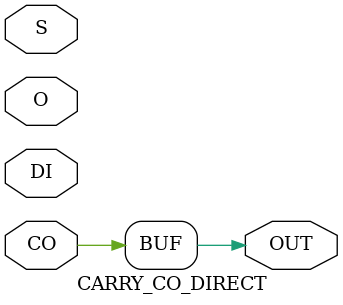
<source format=v>
module CARRY_CO_DIRECT(input CO, input O, input S, input DI, output OUT);
parameter TOP_OF_CHAIN = 1'b0;
assign OUT = CO;
endmodule
</source>
